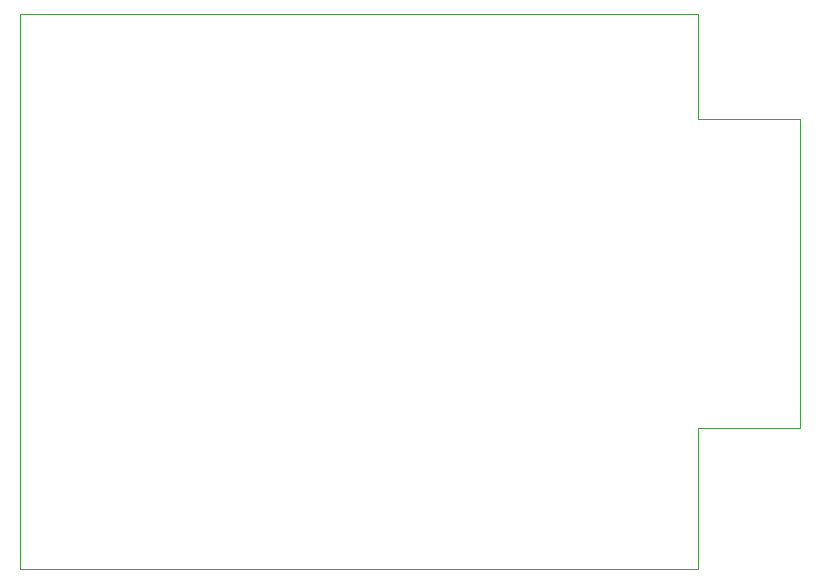
<source format=gbr>
%TF.GenerationSoftware,KiCad,Pcbnew,(5.1.7)-1*%
%TF.CreationDate,2022-01-17T02:10:00-07:00*%
%TF.ProjectId,SIOST,53494f53-542e-46b6-9963-61645f706362,rev?*%
%TF.SameCoordinates,PX32de760PY48ab840*%
%TF.FileFunction,Profile,NP*%
%FSLAX46Y46*%
G04 Gerber Fmt 4.6, Leading zero omitted, Abs format (unit mm)*
G04 Created by KiCad (PCBNEW (5.1.7)-1) date 2022-01-17 02:10:00*
%MOMM*%
%LPD*%
G01*
G04 APERTURE LIST*
%TA.AperFunction,Profile*%
%ADD10C,0.050000*%
%TD*%
G04 APERTURE END LIST*
D10*
X0Y0D02*
X57404000Y0D01*
X57404000Y0D02*
X57404000Y11938000D01*
X0Y0D02*
X0Y46990000D01*
X57404000Y11938000D02*
X66040000Y11938000D01*
X57404000Y38100000D02*
X66040000Y38100000D01*
X66040000Y11938000D02*
X66040000Y38100000D01*
X57404000Y46990000D02*
X0Y46990000D01*
X57404000Y38100000D02*
X57404000Y46990000D01*
M02*

</source>
